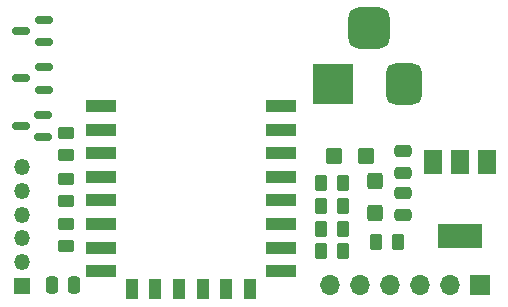
<source format=gbr>
%TF.GenerationSoftware,KiCad,Pcbnew,7.0.6*%
%TF.CreationDate,2024-04-30T22:03:54+02:00*%
%TF.ProjectId,MB-V2,4d422d56-322e-46b6-9963-61645f706362,rev?*%
%TF.SameCoordinates,Original*%
%TF.FileFunction,Soldermask,Top*%
%TF.FilePolarity,Negative*%
%FSLAX46Y46*%
G04 Gerber Fmt 4.6, Leading zero omitted, Abs format (unit mm)*
G04 Created by KiCad (PCBNEW 7.0.6) date 2024-04-30 22:03:54*
%MOMM*%
%LPD*%
G01*
G04 APERTURE LIST*
G04 Aperture macros list*
%AMRoundRect*
0 Rectangle with rounded corners*
0 $1 Rounding radius*
0 $2 $3 $4 $5 $6 $7 $8 $9 X,Y pos of 4 corners*
0 Add a 4 corners polygon primitive as box body*
4,1,4,$2,$3,$4,$5,$6,$7,$8,$9,$2,$3,0*
0 Add four circle primitives for the rounded corners*
1,1,$1+$1,$2,$3*
1,1,$1+$1,$4,$5*
1,1,$1+$1,$6,$7*
1,1,$1+$1,$8,$9*
0 Add four rect primitives between the rounded corners*
20,1,$1+$1,$2,$3,$4,$5,0*
20,1,$1+$1,$4,$5,$6,$7,0*
20,1,$1+$1,$6,$7,$8,$9,0*
20,1,$1+$1,$8,$9,$2,$3,0*%
G04 Aperture macros list end*
%ADD10RoundRect,0.250000X-0.475000X0.250000X-0.475000X-0.250000X0.475000X-0.250000X0.475000X0.250000X0*%
%ADD11RoundRect,0.250000X-0.450000X0.262500X-0.450000X-0.262500X0.450000X-0.262500X0.450000X0.262500X0*%
%ADD12RoundRect,0.250000X0.425000X-0.450000X0.425000X0.450000X-0.425000X0.450000X-0.425000X-0.450000X0*%
%ADD13RoundRect,0.250000X-0.262500X-0.450000X0.262500X-0.450000X0.262500X0.450000X-0.262500X0.450000X0*%
%ADD14RoundRect,0.250000X0.450000X0.425000X-0.450000X0.425000X-0.450000X-0.425000X0.450000X-0.425000X0*%
%ADD15RoundRect,0.250000X0.475000X-0.250000X0.475000X0.250000X-0.475000X0.250000X-0.475000X-0.250000X0*%
%ADD16RoundRect,0.250000X0.450000X-0.262500X0.450000X0.262500X-0.450000X0.262500X-0.450000X-0.262500X0*%
%ADD17RoundRect,0.250000X0.262500X0.450000X-0.262500X0.450000X-0.262500X-0.450000X0.262500X-0.450000X0*%
%ADD18R,3.500000X3.500000*%
%ADD19RoundRect,0.750000X0.750000X1.000000X-0.750000X1.000000X-0.750000X-1.000000X0.750000X-1.000000X0*%
%ADD20RoundRect,0.875000X0.875000X0.875000X-0.875000X0.875000X-0.875000X-0.875000X0.875000X-0.875000X0*%
%ADD21RoundRect,0.250000X0.250000X0.475000X-0.250000X0.475000X-0.250000X-0.475000X0.250000X-0.475000X0*%
%ADD22R,1.500000X2.000000*%
%ADD23R,3.800000X2.000000*%
%ADD24R,1.700000X1.700000*%
%ADD25O,1.700000X1.700000*%
%ADD26RoundRect,0.150000X0.587500X0.150000X-0.587500X0.150000X-0.587500X-0.150000X0.587500X-0.150000X0*%
%ADD27R,2.500000X1.000000*%
%ADD28R,1.000000X1.800000*%
%ADD29R,1.350000X1.350000*%
%ADD30O,1.350000X1.350000*%
G04 APERTURE END LIST*
D10*
%TO.C,C2*%
X170650000Y-101980000D03*
X170650000Y-103880000D03*
%TD*%
D11*
%TO.C,R6*%
X142100000Y-100487500D03*
X142100000Y-102312500D03*
%TD*%
D12*
%TO.C,C4*%
X168250000Y-107250000D03*
X168250000Y-104550000D03*
%TD*%
D13*
%TO.C,R3*%
X163685000Y-106630000D03*
X165510000Y-106630000D03*
%TD*%
D14*
%TO.C,C1*%
X167467500Y-102440000D03*
X164767500Y-102440000D03*
%TD*%
D15*
%TO.C,C3*%
X170650000Y-107450000D03*
X170650000Y-105550000D03*
%TD*%
D16*
%TO.C,R7*%
X142100000Y-110012500D03*
X142100000Y-108187500D03*
%TD*%
D17*
%TO.C,R2*%
X165530000Y-104680000D03*
X163705000Y-104680000D03*
%TD*%
%TO.C,R1*%
X170162500Y-109700000D03*
X168337500Y-109700000D03*
%TD*%
D13*
%TO.C,R5*%
X163685000Y-110520000D03*
X165510000Y-110520000D03*
%TD*%
D18*
%TO.C,J3*%
X164710000Y-96307500D03*
D19*
X170710000Y-96307500D03*
D20*
X167710000Y-91607500D03*
%TD*%
D21*
%TO.C,C5*%
X142780000Y-113320000D03*
X140880000Y-113320000D03*
%TD*%
D22*
%TO.C,U2*%
X177750000Y-102950000D03*
X175450000Y-102950000D03*
D23*
X175450000Y-109250000D03*
D22*
X173150000Y-102950000D03*
%TD*%
D24*
%TO.C,J1*%
X177180000Y-113370000D03*
D25*
X174640000Y-113370000D03*
X172100000Y-113370000D03*
X169560000Y-113370000D03*
X167020000Y-113370000D03*
X164480000Y-113370000D03*
%TD*%
D26*
%TO.C,Q3*%
X140187500Y-92812500D03*
X140187500Y-90912500D03*
X138312500Y-91862500D03*
%TD*%
D16*
%TO.C,R8*%
X142100000Y-106212500D03*
X142100000Y-104387500D03*
%TD*%
D27*
%TO.C,U1*%
X145050000Y-98200000D03*
X145050000Y-100200000D03*
X145050000Y-102200000D03*
X145050000Y-104200000D03*
X145050000Y-106200000D03*
X145050000Y-108200000D03*
X145050000Y-110200000D03*
X145050000Y-112200000D03*
D28*
X147650000Y-113700000D03*
X149650000Y-113700000D03*
X151650000Y-113700000D03*
X153650000Y-113700000D03*
X155650000Y-113700000D03*
X157650000Y-113700000D03*
D27*
X160250000Y-112200000D03*
X160250000Y-110200000D03*
X160250000Y-108200000D03*
X160250000Y-106200000D03*
X160250000Y-104200000D03*
X160250000Y-102200000D03*
X160250000Y-100200000D03*
X160250000Y-98200000D03*
%TD*%
D13*
%TO.C,R4*%
X163685000Y-108580000D03*
X165510000Y-108580000D03*
%TD*%
D29*
%TO.C,J4*%
X138400000Y-113400000D03*
D30*
X138400000Y-111400000D03*
X138400000Y-109400000D03*
X138400000Y-107400000D03*
X138400000Y-105400000D03*
X138400000Y-103400000D03*
%TD*%
D26*
%TO.C,Q1*%
X140137500Y-100850000D03*
X140137500Y-98950000D03*
X138262500Y-99900000D03*
%TD*%
%TO.C,Q2*%
X140187500Y-96812500D03*
X140187500Y-94912500D03*
X138312500Y-95862500D03*
%TD*%
M02*

</source>
